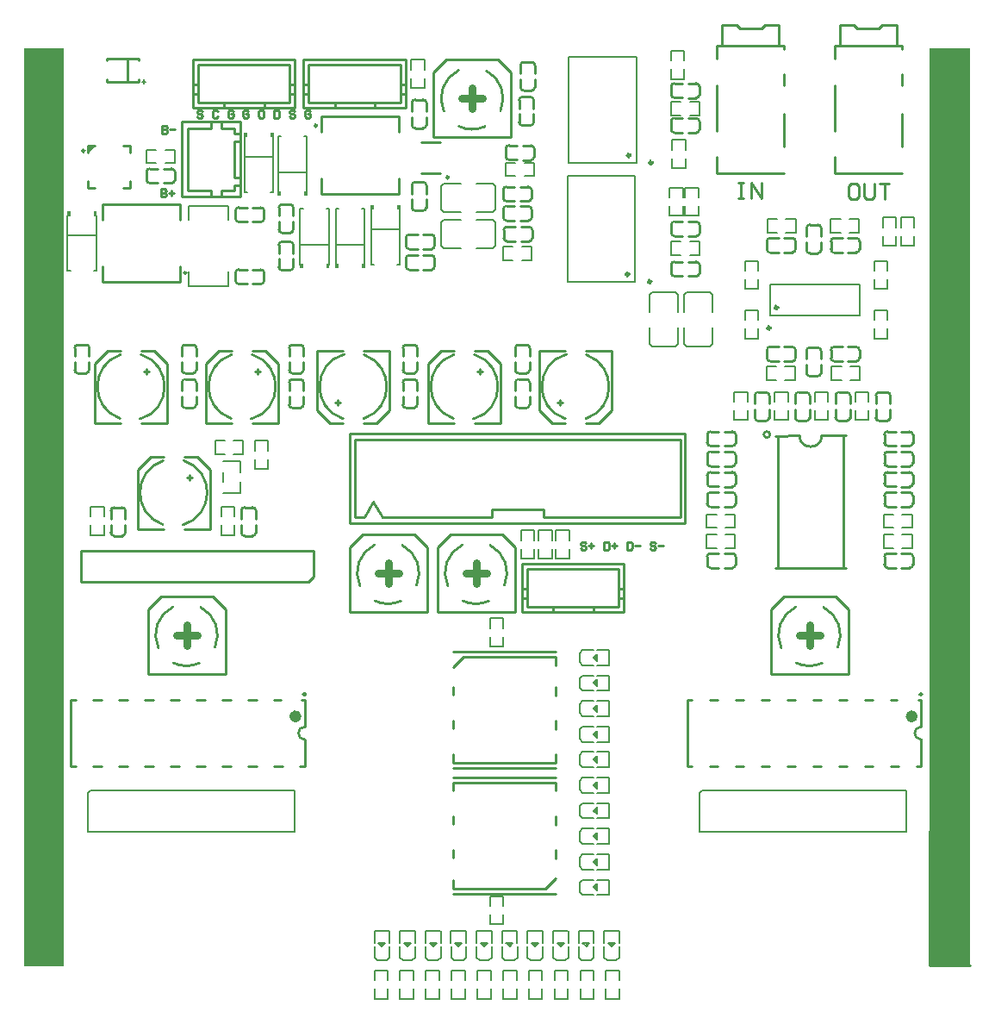
<source format=gto>
G04*
G04 #@! TF.GenerationSoftware,Altium Limited,Altium Designer,20.2.5 (213)*
G04*
G04 Layer_Color=65535*
%FSLAX24Y24*%
%MOIN*%
G70*
G04*
G04 #@! TF.SameCoordinates,94A92F66-6131-4E5E-9460-D235825817E1*
G04*
G04*
G04 #@! TF.FilePolarity,Positive*
G04*
G01*
G75*
%ADD10C,0.0100*%
%ADD11C,0.0118*%
%ADD12C,0.0236*%
%ADD13C,0.0098*%
%ADD14C,0.0098*%
%ADD15C,0.0060*%
%ADD16C,0.0300*%
%ADD17C,0.0060*%
%ADD18C,0.0059*%
G36*
X23982Y48150D02*
X23882D01*
Y49050D01*
X23982D01*
Y48150D01*
D02*
G37*
G36*
X29582Y45993D02*
X29450D01*
Y46173D01*
X29582D01*
Y45993D01*
D02*
G37*
G36*
X28550D02*
X28418D01*
Y46173D01*
X28550D01*
Y45993D01*
D02*
G37*
G36*
X22373Y45470D02*
Y45677D01*
X22580Y45680D01*
X22373Y45470D01*
D02*
G37*
G36*
X29850Y43727D02*
X29718D01*
Y43907D01*
X29850D01*
Y43727D01*
D02*
G37*
G36*
X22732Y42943D02*
X22600D01*
Y43123D01*
X22732D01*
Y42943D01*
D02*
G37*
G36*
X21700D02*
X21568D01*
Y43123D01*
X21700D01*
Y42943D01*
D02*
G37*
G36*
X21460Y13950D02*
X19900D01*
Y49450D01*
X21460D01*
Y13950D01*
D02*
G37*
G36*
X30882Y43727D02*
X30750D01*
Y43907D01*
X30882D01*
Y43727D01*
D02*
G37*
G36*
X34482Y43193D02*
X34350D01*
Y43373D01*
X34482D01*
Y43193D01*
D02*
G37*
G36*
X33450D02*
X33318D01*
Y43373D01*
X33450D01*
Y43193D01*
D02*
G37*
G36*
X33103Y40927D02*
X32971D01*
Y41107D01*
X33103D01*
Y40927D01*
D02*
G37*
G36*
X32071D02*
X31940D01*
Y41107D01*
X32071D01*
Y40927D01*
D02*
G37*
G36*
X31732D02*
X31600D01*
Y41107D01*
X31732D01*
Y40927D01*
D02*
G37*
G36*
X30700D02*
X30568D01*
Y41107D01*
X30700D01*
Y40927D01*
D02*
G37*
G36*
X56500Y13950D02*
X54940D01*
Y49450D01*
X56500D01*
Y13950D01*
D02*
G37*
D10*
X33484Y28067D02*
G03*
X34497Y28058I516J1083D01*
G01*
X35100Y28672D02*
G03*
X34557Y30213I-1100J478D01*
G01*
X33482Y30233D02*
G03*
X32909Y28650I518J-1083D01*
G01*
X36882Y30233D02*
G03*
X36309Y28650I518J-1083D01*
G01*
X38500Y28672D02*
G03*
X37957Y30213I-1100J478D01*
G01*
X36884Y28067D02*
G03*
X37897Y28058I516J1083D01*
G01*
X49784Y25667D02*
G03*
X50797Y25658I516J1083D01*
G01*
X51400Y26272D02*
G03*
X50857Y27813I-1100J478D01*
G01*
X49782Y27833D02*
G03*
X49209Y26250I518J-1083D01*
G01*
X26200Y40750D02*
G03*
X26200Y40750I-50J0D01*
G01*
X31250Y46450D02*
G03*
X31250Y46450I-50J0D01*
G01*
X53325Y29902D02*
G03*
X53203Y29780I0J-122D01*
G01*
Y29465D02*
G03*
X53325Y29343I122J-0D01*
G01*
X54303Y29778D02*
G03*
X54181Y29900I-122J0D01*
G01*
Y29341D02*
G03*
X54303Y29463I0J122D01*
G01*
X54181Y31698D02*
G03*
X54303Y31820I0J122D01*
G01*
Y32135D02*
G03*
X54181Y32257I-122J0D01*
G01*
X53203Y31822D02*
G03*
X53325Y31700I122J-0D01*
G01*
Y32259D02*
G03*
X53203Y32137I0J-122D01*
G01*
X54181Y32484D02*
G03*
X54303Y32606I0J122D01*
G01*
Y32921D02*
G03*
X54181Y33043I-122J0D01*
G01*
X53203Y32608D02*
G03*
X53325Y32486I122J-0D01*
G01*
Y33045D02*
G03*
X53203Y32923I0J-122D01*
G01*
X54181Y33270D02*
G03*
X54303Y33392I0J122D01*
G01*
Y33706D02*
G03*
X54181Y33828I-122J0D01*
G01*
X53203Y33394D02*
G03*
X53325Y33272I122J-0D01*
G01*
Y33831D02*
G03*
X53203Y33709I0J-122D01*
G01*
X54181Y34055D02*
G03*
X54303Y34177I0J122D01*
G01*
Y34492D02*
G03*
X54181Y34614I-122J0D01*
G01*
X53203Y34180D02*
G03*
X53325Y34058I122J-0D01*
G01*
Y34616D02*
G03*
X53203Y34495I0J-122D01*
G01*
X49917Y34460D02*
G03*
X50783Y34460I433J0D01*
G01*
X48775Y34498D02*
G03*
X48775Y34498I-118J0D01*
G01*
X28701Y35098D02*
G03*
X28746Y37588I-351J1252D01*
G01*
X27939Y37583D02*
G03*
X27923Y35122I411J-1233D01*
G01*
X26018Y36991D02*
G03*
X26140Y36869I122J0D01*
G01*
X26455D02*
G03*
X26577Y36991I0J122D01*
G01*
X26143Y37970D02*
G03*
X26021Y37848I-0J-122D01*
G01*
X26580D02*
G03*
X26458Y37970I-122J0D01*
G01*
X26580Y36509D02*
G03*
X26458Y36631I-122J0D01*
G01*
X26143D02*
G03*
X26021Y36509I-0J-122D01*
G01*
X26455Y35530D02*
G03*
X26577Y35652I0J122D01*
G01*
X26018D02*
G03*
X26140Y35530I122J0D01*
G01*
X54628Y23200D02*
G03*
X54628Y22700I-0J-250D01*
G01*
X25289Y33483D02*
G03*
X25273Y31022I411J-1233D01*
G01*
X26051Y30998D02*
G03*
X26096Y33488I-351J1252D01*
G01*
X28320Y30700D02*
G03*
X28442Y30578I122J0D01*
G01*
X28757D02*
G03*
X28879Y30700I0J122D01*
G01*
X28445Y31679D02*
G03*
X28323Y31557I-0J-122D01*
G01*
X28882D02*
G03*
X28760Y31679I-122J0D01*
G01*
X23639Y37583D02*
G03*
X23623Y35122I411J-1233D01*
G01*
X24401Y35098D02*
G03*
X24446Y37588I-351J1252D01*
G01*
X21870Y36991D02*
G03*
X21992Y36869I122J0D01*
G01*
X22307D02*
G03*
X22429Y36991I0J122D01*
G01*
X21995Y37970D02*
G03*
X21873Y37848I-0J-122D01*
G01*
X22432D02*
G03*
X22310Y37970I-122J0D01*
G01*
X23270Y30700D02*
G03*
X23392Y30578I122J0D01*
G01*
X23707D02*
G03*
X23829Y30700I0J122D01*
G01*
X23395Y31679D02*
G03*
X23273Y31557I-0J-122D01*
G01*
X23832D02*
G03*
X23710Y31679I-122J0D01*
G01*
X30778Y23200D02*
G03*
X30778Y22700I-0J-250D01*
G01*
X25684Y25667D02*
G03*
X26697Y25658I516J1083D01*
G01*
X27300Y26272D02*
G03*
X26757Y27813I-1100J478D01*
G01*
X25682Y27833D02*
G03*
X25109Y26250I518J-1083D01*
G01*
X25625Y44220D02*
G03*
X25747Y44342I0J122D01*
G01*
Y44657D02*
G03*
X25625Y44779I-122J0D01*
G01*
X24647Y44345D02*
G03*
X24769Y44223I122J-0D01*
G01*
Y44782D02*
G03*
X24647Y44660I0J-122D01*
G01*
X29075Y40320D02*
G03*
X29197Y40442I0J122D01*
G01*
Y40757D02*
G03*
X29075Y40879I-122J0D01*
G01*
X28097Y40445D02*
G03*
X28219Y40323I122J-0D01*
G01*
Y40882D02*
G03*
X28097Y40760I0J-122D01*
G01*
X29075Y42720D02*
G03*
X29197Y42842I0J122D01*
G01*
Y43157D02*
G03*
X29075Y43279I-122J0D01*
G01*
X28097Y42845D02*
G03*
X28219Y42723I122J-0D01*
G01*
Y43282D02*
G03*
X28097Y43160I0J-122D01*
G01*
X36539Y37583D02*
G03*
X36523Y35122I411J-1233D01*
G01*
X37301Y35098D02*
G03*
X37346Y37588I-351J1252D01*
G01*
X34568Y35652D02*
G03*
X34690Y35530I122J0D01*
G01*
X35005D02*
G03*
X35127Y35652I0J122D01*
G01*
X34693Y36631D02*
G03*
X34571Y36509I-0J-122D01*
G01*
X35130D02*
G03*
X35008Y36631I-122J0D01*
G01*
X35130Y37848D02*
G03*
X35008Y37970I-122J0D01*
G01*
X34693D02*
G03*
X34571Y37848I-0J-122D01*
G01*
X35005Y36869D02*
G03*
X35127Y36991I0J122D01*
G01*
X34568D02*
G03*
X34690Y36869I122J0D01*
G01*
X36350Y44450D02*
G03*
X36350Y44450I-50J0D01*
G01*
X35480Y47325D02*
G03*
X35358Y47447I-122J0D01*
G01*
X35043D02*
G03*
X34921Y47325I-0J-122D01*
G01*
X35355Y46347D02*
G03*
X35477Y46469I0J122D01*
G01*
X34918D02*
G03*
X35040Y46347I122J0D01*
G01*
X34918Y43275D02*
G03*
X35040Y43153I122J0D01*
G01*
X35355D02*
G03*
X35477Y43275I0J122D01*
G01*
X35043Y44253D02*
G03*
X34921Y44131I-0J-122D01*
G01*
X35480D02*
G03*
X35358Y44253I-122J0D01*
G01*
X36734Y46417D02*
G03*
X37747Y46408I516J1083D01*
G01*
X38350Y47022D02*
G03*
X37807Y48563I-1100J478D01*
G01*
X36732Y48583D02*
G03*
X36159Y47000I518J-1083D01*
G01*
X29770Y40975D02*
G03*
X29892Y40853I122J0D01*
G01*
X30207D02*
G03*
X30329Y40975I0J122D01*
G01*
X29895Y41953D02*
G03*
X29773Y41831I-0J-122D01*
G01*
X30332D02*
G03*
X30210Y41953I-122J0D01*
G01*
X30332Y43275D02*
G03*
X30210Y43397I-122J0D01*
G01*
X29895D02*
G03*
X29773Y43275I-0J-122D01*
G01*
X30207Y42297D02*
G03*
X30329Y42419I0J122D01*
G01*
X29770D02*
G03*
X29892Y42297I122J0D01*
G01*
X30730Y37848D02*
G03*
X30608Y37970I-122J0D01*
G01*
X30293D02*
G03*
X30171Y37848I-0J-122D01*
G01*
X30605Y36869D02*
G03*
X30727Y36991I0J122D01*
G01*
X30168D02*
G03*
X30290Y36869I122J0D01*
G01*
X30168Y35652D02*
G03*
X30290Y35530I122J0D01*
G01*
X30605D02*
G03*
X30727Y35652I0J122D01*
G01*
X30293Y36631D02*
G03*
X30171Y36509I-0J-122D01*
G01*
X30730D02*
G03*
X30608Y36631I-122J0D01*
G01*
X33061Y35117D02*
G03*
X33077Y37578I-411J1233D01*
G01*
X32299Y37602D02*
G03*
X32254Y35112I351J-1252D01*
G01*
X38918Y35652D02*
G03*
X39040Y35530I122J0D01*
G01*
X39355D02*
G03*
X39477Y35652I0J122D01*
G01*
X39043Y36631D02*
G03*
X38921Y36509I-0J-122D01*
G01*
X39480D02*
G03*
X39358Y36631I-122J0D01*
G01*
X39480Y37848D02*
G03*
X39358Y37970I-122J0D01*
G01*
X39043D02*
G03*
X38921Y37848I-0J-122D01*
G01*
X39355Y36869D02*
G03*
X39477Y36991I0J122D01*
G01*
X38918D02*
G03*
X39040Y36869I122J0D01*
G01*
X41661Y35117D02*
G03*
X41677Y37578I-411J1233D01*
G01*
X40899Y37602D02*
G03*
X40854Y35112I351J-1252D01*
G01*
X35675Y41670D02*
G03*
X35797Y41792I0J122D01*
G01*
Y42107D02*
G03*
X35675Y42229I-122J0D01*
G01*
X34697Y41795D02*
G03*
X34819Y41673I122J-0D01*
G01*
Y42232D02*
G03*
X34697Y42110I0J-122D01*
G01*
X35675Y40870D02*
G03*
X35797Y40992I0J122D01*
G01*
Y41307D02*
G03*
X35675Y41429I-122J0D01*
G01*
X34697Y40995D02*
G03*
X34819Y40873I122J-0D01*
G01*
Y41432D02*
G03*
X34697Y41310I0J-122D01*
G01*
X49642Y41539D02*
G03*
X49764Y41661I0J122D01*
G01*
Y41976D02*
G03*
X49642Y42098I-122J0D01*
G01*
X48663Y41663D02*
G03*
X48785Y41541I122J-0D01*
G01*
Y42100D02*
G03*
X48663Y41978I0J-122D01*
G01*
X48785Y37891D02*
G03*
X48663Y37769I0J-122D01*
G01*
Y37454D02*
G03*
X48785Y37332I122J-0D01*
G01*
X49764Y37767D02*
G03*
X49642Y37889I-122J0D01*
G01*
Y37330D02*
G03*
X49764Y37452I0J122D01*
G01*
X50193Y41636D02*
G03*
X50315Y41514I122J0D01*
G01*
X50630D02*
G03*
X50752Y41636I0J122D01*
G01*
X50317Y42615D02*
G03*
X50195Y42493I-0J-122D01*
G01*
X50754D02*
G03*
X50632Y42615I-122J0D01*
G01*
X50752Y37737D02*
G03*
X50630Y37859I-122J0D01*
G01*
X50315D02*
G03*
X50193Y37737I-0J-122D01*
G01*
X50628Y36758D02*
G03*
X50750Y36880I0J122D01*
G01*
X50191D02*
G03*
X50313Y36758I122J0D01*
G01*
X51256Y42100D02*
G03*
X51134Y41978I0J-122D01*
G01*
Y41663D02*
G03*
X51256Y41541I122J-0D01*
G01*
X52235Y41976D02*
G03*
X52113Y42098I-122J0D01*
G01*
Y41539D02*
G03*
X52235Y41661I0J122D01*
G01*
X52113Y37330D02*
G03*
X52235Y37452I0J122D01*
G01*
Y37767D02*
G03*
X52113Y37889I-122J0D01*
G01*
X51134Y37454D02*
G03*
X51256Y37332I122J-0D01*
G01*
Y37891D02*
G03*
X51134Y37769I0J-122D01*
G01*
X38599Y42530D02*
G03*
X38477Y42408I0J-122D01*
G01*
Y42093D02*
G03*
X38599Y41971I122J-0D01*
G01*
X39578Y42405D02*
G03*
X39456Y42527I-122J0D01*
G01*
Y41968D02*
G03*
X39578Y42090I0J122D01*
G01*
X45925Y40620D02*
G03*
X46047Y40742I0J122D01*
G01*
Y41057D02*
G03*
X45925Y41179I-122J0D01*
G01*
X44947Y40745D02*
G03*
X45069Y40623I122J-0D01*
G01*
Y41182D02*
G03*
X44947Y41060I0J-122D01*
G01*
X47325Y32484D02*
G03*
X47447Y32606I0J122D01*
G01*
Y32921D02*
G03*
X47325Y33043I-122J0D01*
G01*
X46347Y32608D02*
G03*
X46469Y32486I122J-0D01*
G01*
Y33045D02*
G03*
X46347Y32923I0J-122D01*
G01*
X47325Y31698D02*
G03*
X47447Y31820I0J122D01*
G01*
Y32135D02*
G03*
X47325Y32257I-122J0D01*
G01*
X46347Y31822D02*
G03*
X46469Y31700I122J-0D01*
G01*
Y32259D02*
G03*
X46347Y32137I0J-122D01*
G01*
X47325Y33270D02*
G03*
X47447Y33392I0J122D01*
G01*
Y33706D02*
G03*
X47325Y33828I-122J0D01*
G01*
X46347Y33394D02*
G03*
X46469Y33272I122J-0D01*
G01*
Y33831D02*
G03*
X46347Y33709I0J-122D01*
G01*
X47325Y34055D02*
G03*
X47447Y34177I0J122D01*
G01*
Y34492D02*
G03*
X47325Y34614I-122J0D01*
G01*
X46347Y34180D02*
G03*
X46469Y34058I122J-0D01*
G01*
Y34616D02*
G03*
X46347Y34495I0J-122D01*
G01*
X38575Y43330D02*
G03*
X38453Y43208I0J-122D01*
G01*
Y42893D02*
G03*
X38575Y42771I122J-0D01*
G01*
X39553Y43205D02*
G03*
X39431Y43327I-122J0D01*
G01*
Y42768D02*
G03*
X39553Y42890I0J122D01*
G01*
X45075Y42730D02*
G03*
X44953Y42608I0J-122D01*
G01*
Y42293D02*
G03*
X45075Y42171I122J-0D01*
G01*
X46053Y42605D02*
G03*
X45931Y42727I-122J0D01*
G01*
Y42168D02*
G03*
X46053Y42290I0J122D01*
G01*
X39425Y43520D02*
G03*
X39547Y43642I0J122D01*
G01*
Y43957D02*
G03*
X39425Y44079I-122J0D01*
G01*
X38447Y43645D02*
G03*
X38569Y43523I122J-0D01*
G01*
Y44082D02*
G03*
X38447Y43960I0J-122D01*
G01*
X47325Y29341D02*
G03*
X47447Y29463I0J122D01*
G01*
Y29778D02*
G03*
X47325Y29900I-122J0D01*
G01*
X46347Y29465D02*
G03*
X46469Y29343I122J-0D01*
G01*
Y29902D02*
G03*
X46347Y29780I0J-122D01*
G01*
X38675Y45680D02*
G03*
X38553Y45558I0J-122D01*
G01*
Y45243D02*
G03*
X38675Y45121I122J-0D01*
G01*
X39653Y45555D02*
G03*
X39531Y45677I-122J0D01*
G01*
Y45118D02*
G03*
X39653Y45240I0J122D01*
G01*
X45925Y46170D02*
G03*
X46047Y46292I0J122D01*
G01*
Y46607D02*
G03*
X45925Y46729I-122J0D01*
G01*
X44947Y46295D02*
G03*
X45069Y46173I122J-0D01*
G01*
Y46732D02*
G03*
X44947Y46610I0J-122D01*
G01*
X39070Y46575D02*
G03*
X39192Y46453I122J0D01*
G01*
X39507D02*
G03*
X39629Y46575I0J122D01*
G01*
X39195Y47553D02*
G03*
X39073Y47431I-0J-122D01*
G01*
X39632D02*
G03*
X39510Y47553I-122J0D01*
G01*
X45069Y48080D02*
G03*
X44947Y47958I0J-122D01*
G01*
Y47643D02*
G03*
X45069Y47521I122J-0D01*
G01*
X46047Y47955D02*
G03*
X45925Y48077I-122J0D01*
G01*
Y47518D02*
G03*
X46047Y47640I0J122D01*
G01*
X48190Y35150D02*
G03*
X48312Y35028I122J0D01*
G01*
X48627D02*
G03*
X48749Y35150I0J122D01*
G01*
X48314Y36129D02*
G03*
X48192Y36007I-0J-122D01*
G01*
X48751D02*
G03*
X48629Y36129I-122J0D01*
G01*
X52870Y35150D02*
G03*
X52992Y35028I122J0D01*
G01*
X53307D02*
G03*
X53429Y35150I0J122D01*
G01*
X52995Y36129D02*
G03*
X52873Y36007I-0J-122D01*
G01*
X53432D02*
G03*
X53310Y36129I-122J0D01*
G01*
X49750Y35150D02*
G03*
X49872Y35028I122J0D01*
G01*
X50187D02*
G03*
X50309Y35150I0J122D01*
G01*
X49874Y36129D02*
G03*
X49752Y36007I-0J-122D01*
G01*
X50311D02*
G03*
X50189Y36129I-122J0D01*
G01*
X51310Y35150D02*
G03*
X51432Y35028I122J0D01*
G01*
X51747D02*
G03*
X51869Y35150I0J122D01*
G01*
X51435Y36129D02*
G03*
X51313Y36007I-0J-122D01*
G01*
X51872D02*
G03*
X51750Y36129I-122J0D01*
G01*
X39120Y47925D02*
G03*
X39242Y47803I122J0D01*
G01*
X39557D02*
G03*
X39679Y47925I0J122D01*
G01*
X39245Y48903D02*
G03*
X39123Y48781I-0J-122D01*
G01*
X39682D02*
G03*
X39560Y48903I-122J0D01*
G01*
X32500Y27650D02*
Y30150D01*
X33000Y30650D01*
X35000D01*
X35500Y27650D02*
Y30150D01*
X35000Y30650D02*
X35500Y30150D01*
X32500Y27650D02*
X35500D01*
X31100Y29000D02*
Y30000D01*
X30900Y28800D02*
X31100Y29000D01*
X22100Y28800D02*
X30900D01*
X22100D02*
Y30000D01*
X31100D01*
X35900Y27650D02*
X38900D01*
X38400Y30650D02*
X38900Y30150D01*
Y27650D02*
Y30150D01*
X36400Y30650D02*
X38400D01*
X35900Y30150D02*
X36400Y30650D01*
X35900Y27650D02*
Y30150D01*
X48800Y25250D02*
Y27750D01*
X49300Y28250D01*
X51300D01*
X51800Y25250D02*
Y27750D01*
X51300Y28250D02*
X51800Y27750D01*
X48800Y25250D02*
X51800D01*
X22950Y42800D02*
Y43400D01*
X25950Y42800D02*
Y43400D01*
Y40400D02*
Y41000D01*
X22950Y40400D02*
Y41000D01*
Y40400D02*
X25950D01*
X22950Y43400D02*
X25950D01*
X34400Y43800D02*
Y44400D01*
X31400Y43800D02*
Y44400D01*
Y46200D02*
Y46800D01*
X34400Y46200D02*
Y46800D01*
X31400D02*
X34400D01*
X31400Y43800D02*
X34400D01*
X54303Y29463D02*
Y29778D01*
X53866Y29900D02*
X54181D01*
X53866Y29341D02*
X54181D01*
X53325Y29902D02*
X53640D01*
X53203Y29465D02*
Y29780D01*
X53325Y29343D02*
X53640D01*
X53203Y31822D02*
Y32137D01*
X53325Y31700D02*
X53640D01*
X53325Y32259D02*
X53640D01*
X53866Y31698D02*
X54181D01*
X54303Y31820D02*
Y32135D01*
X53866Y32257D02*
X54181D01*
X53203Y32608D02*
Y32923D01*
X53325Y32486D02*
X53640D01*
X53325Y33045D02*
X53640D01*
X53866Y32484D02*
X54181D01*
X54303Y32606D02*
Y32921D01*
X53866Y33043D02*
X54181D01*
X53203Y33394D02*
Y33709D01*
X53325Y33272D02*
X53640D01*
X53325Y33831D02*
X53640D01*
X53866Y33270D02*
X54181D01*
X54303Y33392D02*
Y33706D01*
X53866Y33828D02*
X54181D01*
X53203Y34180D02*
Y34495D01*
X53325Y34058D02*
X53640D01*
X53325Y34616D02*
X53640D01*
X53866Y34055D02*
X54181D01*
X54303Y34177D02*
Y34492D01*
X53866Y34614D02*
X54181D01*
X49072Y29341D02*
Y34450D01*
X48972D02*
X49917Y34460D01*
X48972Y29341D02*
X51728D01*
X51628D02*
Y34468D01*
X50783Y34460D02*
X51728Y34468D01*
X28750Y34950D02*
X29750D01*
X26950D02*
X27950D01*
X26950D02*
Y37150D01*
Y37250D02*
X27450Y37750D01*
X26950Y37150D02*
Y37250D01*
X29250Y37750D02*
X29750Y37250D01*
Y37150D02*
Y37250D01*
X27450Y37750D02*
X27950D01*
X29750Y34950D02*
Y37150D01*
X28750Y37750D02*
X29250D01*
X26143Y37970D02*
X26458D01*
X26021Y37533D02*
Y37848D01*
X26580Y37533D02*
Y37848D01*
X26018Y36991D02*
Y37306D01*
X26140Y36869D02*
X26455D01*
X26577Y36991D02*
Y37306D01*
X26140Y35530D02*
X26455D01*
X26577Y35652D02*
Y35967D01*
X26018Y35652D02*
Y35967D01*
X26580Y36194D02*
Y36509D01*
X26143Y36631D02*
X26458D01*
X26021Y36194D02*
Y36509D01*
X54957Y13954D02*
Y19154D01*
Y13954D02*
X56517D01*
X54506Y24230D02*
X54628D01*
X53441D02*
X53694D01*
X52441D02*
X52759D01*
X51441D02*
X51759D01*
X50441D02*
X50759D01*
X49441D02*
X49759D01*
X48441D02*
X48759D01*
X47441D02*
X47759D01*
X46441D02*
X46759D01*
X45572D02*
X45759D01*
X45572Y21670D02*
Y24230D01*
Y21670D02*
X45759D01*
X46441D02*
X46759D01*
X47441D02*
X47759D01*
X48441D02*
X48759D01*
X49441D02*
X49759D01*
X50441D02*
X50759D01*
X51441D02*
X51759D01*
X52441D02*
X52759D01*
X53441D02*
X53759D01*
X54441D02*
X54628D01*
Y22700D01*
Y23200D02*
Y24230D01*
X26100Y33650D02*
X26600D01*
X27100Y30850D02*
Y33050D01*
X24800Y33650D02*
X25300D01*
X27100Y33050D02*
Y33150D01*
X26600Y33650D02*
X27100Y33150D01*
X24300Y33050D02*
Y33150D01*
X24800Y33650D01*
X24300Y30850D02*
Y33050D01*
Y30850D02*
X25300D01*
X26100D02*
X27100D01*
X28323Y31242D02*
Y31557D01*
X28445Y31679D02*
X28760D01*
X28882Y31242D02*
Y31557D01*
X28320Y30700D02*
Y31015D01*
X28879Y30700D02*
Y31015D01*
X28442Y30578D02*
X28757D01*
X24450Y37750D02*
X24950D01*
X25450Y34950D02*
Y37150D01*
X23150Y37750D02*
X23650D01*
X25450Y37150D02*
Y37250D01*
X24950Y37750D02*
X25450Y37250D01*
X22650Y37150D02*
Y37250D01*
X23150Y37750D01*
X22650Y34950D02*
Y37150D01*
Y34950D02*
X23650D01*
X24450D02*
X25450D01*
X21873Y37533D02*
Y37848D01*
X21995Y37970D02*
X22310D01*
X22432Y37533D02*
Y37848D01*
X21870Y36991D02*
Y37306D01*
X22429Y36991D02*
Y37306D01*
X21992Y36869D02*
X22307D01*
X23273Y31242D02*
Y31557D01*
X23395Y31679D02*
X23710D01*
X23832Y31242D02*
Y31557D01*
X23270Y30700D02*
Y31015D01*
X23829Y30700D02*
Y31015D01*
X23392Y30578D02*
X23707D01*
X39376Y27819D02*
Y29304D01*
Y27819D02*
X42930D01*
Y29304D01*
X39376D02*
X42930D01*
X43117Y27650D02*
Y29500D01*
X42930Y28519D02*
X43117D01*
X42930Y28162D02*
X43117D01*
X39180Y27650D02*
Y29500D01*
Y28519D02*
X39367D01*
X39180Y28152D02*
X39367Y28169D01*
X39180Y29500D02*
X43117D01*
X41945Y27650D02*
Y27819D01*
X40395Y27650D02*
Y27819D01*
X39180Y27650D02*
X43117D01*
X30656Y24230D02*
X30778D01*
X29591D02*
X29844D01*
X28591D02*
X28909D01*
X27591D02*
X27909D01*
X26591D02*
X26909D01*
X25591D02*
X25909D01*
X24591D02*
X24909D01*
X23591D02*
X23909D01*
X22591D02*
X22909D01*
X21722D02*
X21909D01*
X21722Y21670D02*
Y24230D01*
Y21670D02*
X21909D01*
X22591D02*
X22909D01*
X23591D02*
X23909D01*
X24591D02*
X24909D01*
X25591D02*
X25909D01*
X26591D02*
X26909D01*
X27591D02*
X27909D01*
X28591D02*
X28909D01*
X29591D02*
X29909D01*
X30591D02*
X30778D01*
Y22700D01*
Y23200D02*
Y24230D01*
X24700Y25250D02*
Y27750D01*
X25200Y28250D01*
X27200D01*
X27700Y25250D02*
Y27750D01*
X27200Y28250D02*
X27700Y27750D01*
X24700Y25250D02*
X27700D01*
X22567Y45677D02*
X22581D01*
X22373Y45483D02*
X22567Y45677D01*
X24027Y45388D02*
Y45677D01*
X22373Y44023D02*
Y44302D01*
Y45390D02*
Y45677D01*
X23738Y44023D02*
X24027D01*
X22373D02*
X22650D01*
X23738Y45677D02*
X24027D01*
X22373D02*
X22650D01*
X24027Y44023D02*
Y44300D01*
X24769Y44223D02*
X25084D01*
X24647Y44345D02*
Y44660D01*
X24769Y44782D02*
X25084D01*
X25310Y44220D02*
X25625D01*
X25310Y44779D02*
X25625D01*
X25747Y44342D02*
Y44657D01*
X23102Y48967D02*
Y49050D01*
Y48150D02*
Y48233D01*
X24362Y48967D02*
Y49050D01*
Y48150D02*
Y48233D01*
X23102Y48150D02*
X24362D01*
X23102Y49050D02*
X23783D01*
X24362D01*
X26645Y47319D02*
Y48803D01*
Y47319D02*
X30199D01*
Y48803D01*
X26645D02*
X30199D01*
X30386Y47150D02*
Y49000D01*
X30199Y48019D02*
X30386D01*
X30199Y47662D02*
X30386D01*
X26448Y47150D02*
Y49000D01*
Y48019D02*
X26635D01*
X26448Y47652D02*
X26635Y47669D01*
X26448Y49000D02*
X30386D01*
X29214Y47150D02*
Y47319D01*
X27664Y47150D02*
Y47319D01*
X26448Y47150D02*
X30386D01*
X26250Y43950D02*
X27150D01*
Y43750D02*
Y43950D01*
X27550Y43750D02*
Y43950D01*
X28050D01*
Y44150D01*
X28250D01*
X28050Y44450D02*
X28250D01*
X28050D02*
Y45850D01*
X28250D01*
X28050Y46150D02*
X28250D01*
X28050D02*
Y46350D01*
X27550D02*
X28050D01*
X27550D02*
Y46550D01*
X27150Y46350D02*
Y46550D01*
X26250Y46350D02*
X27150D01*
X26250Y43950D02*
Y46350D01*
X26011Y43693D02*
X28275D01*
X26011D02*
X26011Y46607D01*
X26011D02*
X28275D01*
Y43693D02*
Y46607D01*
X30926Y47319D02*
Y48803D01*
Y47319D02*
X34480D01*
Y48803D01*
X30926D02*
X34480D01*
X34667Y47150D02*
Y49000D01*
X34480Y48019D02*
X34667D01*
X34480Y47662D02*
X34667D01*
X30730Y47150D02*
Y49000D01*
Y48019D02*
X30917D01*
X30730Y47652D02*
X30917Y47669D01*
X30730Y49000D02*
X34667D01*
X33495Y47150D02*
Y47319D01*
X31945Y47150D02*
Y47319D01*
X30730Y47150D02*
X34667D01*
X28219Y40323D02*
X28534D01*
X28097Y40445D02*
Y40760D01*
X28219Y40882D02*
X28534D01*
X28760Y40320D02*
X29075D01*
X28760Y40879D02*
X29075D01*
X29197Y40442D02*
Y40757D01*
X28219Y42723D02*
X28534D01*
X28097Y42845D02*
Y43160D01*
X28219Y43282D02*
X28534D01*
X28760Y42720D02*
X29075D01*
X28760Y43279D02*
X29075D01*
X29197Y42842D02*
Y43157D01*
X37350Y37750D02*
X37850D01*
X38350Y34950D02*
Y37150D01*
X36050Y37750D02*
X36550D01*
X38350Y37150D02*
Y37250D01*
X37850Y37750D02*
X38350Y37250D01*
X35550Y37150D02*
Y37250D01*
X36050Y37750D01*
X35550Y34950D02*
Y37150D01*
Y34950D02*
X36550D01*
X37350D02*
X38350D01*
X34571Y36194D02*
Y36509D01*
X34693Y36631D02*
X35008D01*
X35130Y36194D02*
Y36509D01*
X34568Y35652D02*
Y35967D01*
X35127Y35652D02*
Y35967D01*
X34690Y35530D02*
X35005D01*
X35127Y36991D02*
Y37306D01*
X34690Y36869D02*
X35005D01*
X34568Y36991D02*
Y37306D01*
X35130Y37533D02*
Y37848D01*
X34571Y37533D02*
Y37848D01*
X34693Y37970D02*
X35008D01*
X35296Y44590D02*
X36004D01*
X35296Y45810D02*
X36004D01*
X35477Y46469D02*
Y46784D01*
X35040Y46347D02*
X35355D01*
X34918Y46469D02*
Y46784D01*
X35480Y47010D02*
Y47325D01*
X34921Y47010D02*
Y47325D01*
X35043Y47447D02*
X35358D01*
X34921Y43816D02*
Y44131D01*
X35043Y44253D02*
X35358D01*
X35480Y43816D02*
Y44131D01*
X34918Y43275D02*
Y43590D01*
X35477Y43275D02*
Y43590D01*
X35040Y43153D02*
X35355D01*
X35750Y46000D02*
Y48500D01*
X36250Y49000D01*
X38250D01*
X38750Y46000D02*
Y48500D01*
X38250Y49000D02*
X38750Y48500D01*
X35750Y46000D02*
X38750D01*
X29773Y41516D02*
Y41831D01*
X29895Y41953D02*
X30210D01*
X30332Y41516D02*
Y41831D01*
X29770Y40975D02*
Y41290D01*
X30329Y40975D02*
Y41290D01*
X29892Y40853D02*
X30207D01*
X30329Y42419D02*
Y42734D01*
X29892Y42297D02*
X30207D01*
X29770Y42419D02*
Y42734D01*
X30332Y42960D02*
Y43275D01*
X29773Y42960D02*
Y43275D01*
X29895Y43397D02*
X30210D01*
X30727Y36991D02*
Y37306D01*
X30290Y36869D02*
X30605D01*
X30168Y36991D02*
Y37306D01*
X30730Y37533D02*
Y37848D01*
X30171Y37533D02*
Y37848D01*
X30293Y37970D02*
X30608D01*
X30171Y36194D02*
Y36509D01*
X30293Y36631D02*
X30608D01*
X30730Y36194D02*
Y36509D01*
X30168Y35652D02*
Y35967D01*
X30727Y35652D02*
Y35967D01*
X30290Y35530D02*
X30605D01*
X31750Y34950D02*
X32250D01*
X31250Y35550D02*
Y37750D01*
X33050Y34950D02*
X33550D01*
X31250Y35450D02*
Y35550D01*
Y35450D02*
X31750Y34950D01*
X34050Y35450D02*
Y35550D01*
X33550Y34950D02*
X34050Y35450D01*
Y35550D02*
Y37750D01*
X33050D02*
X34050D01*
X31250D02*
X32250D01*
X38921Y36194D02*
Y36509D01*
X39043Y36631D02*
X39358D01*
X39480Y36194D02*
Y36509D01*
X38918Y35652D02*
Y35967D01*
X39477Y35652D02*
Y35967D01*
X39040Y35530D02*
X39355D01*
X39477Y36991D02*
Y37306D01*
X39040Y36869D02*
X39355D01*
X38918Y36991D02*
Y37306D01*
X39480Y37533D02*
Y37848D01*
X38921Y37533D02*
Y37848D01*
X39043Y37970D02*
X39358D01*
X40350Y34950D02*
X40850D01*
X39850Y35550D02*
Y37750D01*
X41650Y34950D02*
X42150D01*
X39850Y35450D02*
Y35550D01*
Y35450D02*
X40350Y34950D01*
X42650Y35450D02*
Y35550D01*
X42150Y34950D02*
X42650Y35450D01*
Y35550D02*
Y37750D01*
X41650D02*
X42650D01*
X39850D02*
X40850D01*
X34819Y41673D02*
X35134D01*
X34697Y41795D02*
Y42110D01*
X34819Y42232D02*
X35134D01*
X35360Y41670D02*
X35675D01*
X35360Y42229D02*
X35675D01*
X35797Y41792D02*
Y42107D01*
X34819Y40873D02*
X35134D01*
X34697Y40995D02*
Y41310D01*
X34819Y41432D02*
X35134D01*
X35360Y40870D02*
X35675D01*
X35360Y41429D02*
X35675D01*
X35797Y40992D02*
Y41307D01*
X36930Y25900D02*
X40470D01*
X36530Y21600D02*
X40470D01*
X36530Y26100D02*
X40470D01*
X36530Y25500D02*
X36930Y25900D01*
X36530Y21800D02*
X40470D01*
X36530D02*
Y22130D01*
Y23120D02*
Y23450D01*
Y24420D02*
Y24750D01*
X40470Y25570D02*
Y25900D01*
Y24400D02*
Y24730D01*
Y21800D02*
Y22130D01*
Y23100D02*
Y23430D01*
X36530Y16950D02*
X40070D01*
X36530Y21250D02*
X40470D01*
X36530Y16750D02*
X40470D01*
X40070Y16950D02*
X40470Y17350D01*
X36530Y21050D02*
X40470D01*
Y20720D02*
Y21050D01*
Y19400D02*
Y19730D01*
Y18100D02*
Y18430D01*
X36530Y16950D02*
Y17280D01*
Y18120D02*
Y18450D01*
Y20720D02*
Y21050D01*
Y19420D02*
Y19750D01*
X48785Y41541D02*
X49100D01*
X48663Y41663D02*
Y41978D01*
X48785Y42100D02*
X49100D01*
X49327Y41539D02*
X49642D01*
X49327Y42098D02*
X49642D01*
X49764Y41661D02*
Y41976D01*
X49327Y37889D02*
X49642D01*
X49764Y37452D02*
Y37767D01*
X49327Y37330D02*
X49642D01*
X48785Y37891D02*
X49100D01*
X48785Y37332D02*
X49100D01*
X48663Y37454D02*
Y37769D01*
X48435Y50190D02*
X48575Y50330D01*
X49125D01*
X47615Y50190D02*
X48435D01*
X49125Y49530D02*
Y50330D01*
X46925D02*
X47475D01*
X47615Y50190D01*
X46925Y49530D02*
Y50330D01*
X46725Y49530D02*
X46925D01*
X49125D02*
X49325D01*
X46925D02*
X49125D01*
X46725Y44610D02*
X49325D01*
X46725Y46240D02*
Y47990D01*
X49325Y45640D02*
Y46890D01*
Y47990D02*
Y48440D01*
X46725Y49040D02*
Y49530D01*
Y44610D02*
Y45240D01*
X49325Y49390D02*
Y49530D01*
X33400Y31900D02*
X33767Y31296D01*
Y31300D02*
X38000D01*
X32504Y34532D02*
X45496D01*
Y31068D02*
Y34532D01*
X32504Y31068D02*
Y34532D01*
X38000Y31300D02*
Y31600D01*
X40000D01*
Y31300D02*
Y31600D01*
X32700Y31300D02*
Y34300D01*
X45300D01*
Y31300D02*
Y34300D01*
X40000Y31300D02*
X45300D01*
X33067Y31296D02*
X33400Y31900D01*
X32504Y31068D02*
X45496Y31068D01*
X32700Y31300D02*
X33067D01*
X50195Y42178D02*
Y42493D01*
X50317Y42615D02*
X50632D01*
X50754Y42178D02*
Y42493D01*
X50193Y41636D02*
Y41951D01*
X50752Y41636D02*
Y41951D01*
X50315Y41514D02*
X50630D01*
X50750Y36880D02*
Y37195D01*
X50313Y36758D02*
X50628D01*
X50191Y36880D02*
Y37195D01*
X50752Y37422D02*
Y37737D01*
X50193Y37422D02*
Y37737D01*
X50315Y37859D02*
X50630D01*
X52985Y50190D02*
X53125Y50330D01*
X53675D01*
X52165Y50190D02*
X52985D01*
X53675Y49530D02*
Y50330D01*
X51475D02*
X52025D01*
X52165Y50190D01*
X51475Y49530D02*
Y50330D01*
X51275Y49530D02*
X51475D01*
X53675D02*
X53875D01*
X51475D02*
X53675D01*
X51275Y44610D02*
X53875D01*
X51275Y46240D02*
Y47990D01*
X53875Y45640D02*
Y46890D01*
Y47990D02*
Y48440D01*
X51275Y49040D02*
Y49530D01*
Y44610D02*
Y45240D01*
X53875Y49390D02*
Y49530D01*
X51798Y42098D02*
X52113D01*
X52235Y41661D02*
Y41976D01*
X51798Y41539D02*
X52113D01*
X51256Y42100D02*
X51571D01*
X51256Y41541D02*
X51571D01*
X51134Y41663D02*
Y41978D01*
X51256Y37332D02*
X51571D01*
X51134Y37454D02*
Y37769D01*
X51256Y37891D02*
X51571D01*
X51798Y37330D02*
X52113D01*
X51798Y37889D02*
X52113D01*
X52235Y37452D02*
Y37767D01*
X39141Y42527D02*
X39456D01*
X39578Y42090D02*
Y42405D01*
X39141Y41968D02*
X39456D01*
X38599Y42530D02*
X38914D01*
X38599Y41971D02*
X38914D01*
X38477Y42093D02*
Y42408D01*
X45069Y40623D02*
X45384D01*
X44947Y40745D02*
Y41060D01*
X45069Y41182D02*
X45384D01*
X45610Y40620D02*
X45925D01*
X45610Y41179D02*
X45925D01*
X46047Y40742D02*
Y41057D01*
X46469Y32486D02*
X46784D01*
X46347Y32608D02*
Y32923D01*
X46469Y33045D02*
X46784D01*
X47010Y32484D02*
X47325D01*
X47010Y33043D02*
X47325D01*
X47447Y32606D02*
Y32921D01*
X46469Y31700D02*
X46784D01*
X46347Y31822D02*
Y32137D01*
X46469Y32259D02*
X46784D01*
X47010Y31698D02*
X47325D01*
X47010Y32257D02*
X47325D01*
X47447Y31820D02*
Y32135D01*
X46469Y33272D02*
X46784D01*
X46347Y33394D02*
Y33709D01*
X46469Y33831D02*
X46784D01*
X47010Y33270D02*
X47325D01*
X47010Y33828D02*
X47325D01*
X47447Y33392D02*
Y33706D01*
X46469Y34058D02*
X46784D01*
X46347Y34180D02*
Y34495D01*
X46469Y34616D02*
X46784D01*
X47010Y34055D02*
X47325D01*
X47010Y34614D02*
X47325D01*
X47447Y34177D02*
Y34492D01*
X39116Y43327D02*
X39431D01*
X39553Y42890D02*
Y43205D01*
X39116Y42768D02*
X39431D01*
X38575Y43330D02*
X38890D01*
X38575Y42771D02*
X38890D01*
X38453Y42893D02*
Y43208D01*
X45616Y42727D02*
X45931D01*
X46053Y42290D02*
Y42605D01*
X45616Y42168D02*
X45931D01*
X45075Y42730D02*
X45390D01*
X45075Y42171D02*
X45390D01*
X44953Y42293D02*
Y42608D01*
X38569Y43523D02*
X38884D01*
X38447Y43645D02*
Y43960D01*
X38569Y44082D02*
X38884D01*
X39110Y43520D02*
X39425D01*
X39110Y44079D02*
X39425D01*
X39547Y43642D02*
Y43957D01*
X46469Y29343D02*
X46784D01*
X46347Y29465D02*
Y29780D01*
X46469Y29902D02*
X46784D01*
X47010Y29341D02*
X47325D01*
X47010Y29900D02*
X47325D01*
X47447Y29463D02*
Y29778D01*
X39216Y45677D02*
X39531D01*
X39653Y45240D02*
Y45555D01*
X39216Y45118D02*
X39531D01*
X38675Y45680D02*
X38990D01*
X38675Y45121D02*
X38990D01*
X38553Y45243D02*
Y45558D01*
X45069Y46173D02*
X45384D01*
X44947Y46295D02*
Y46610D01*
X45069Y46732D02*
X45384D01*
X45610Y46170D02*
X45925D01*
X45610Y46729D02*
X45925D01*
X46047Y46292D02*
Y46607D01*
X39073Y47116D02*
Y47431D01*
X39195Y47553D02*
X39510D01*
X39632Y47116D02*
Y47431D01*
X39070Y46575D02*
Y46890D01*
X39629Y46575D02*
Y46890D01*
X39192Y46453D02*
X39507D01*
X45610Y48077D02*
X45925D01*
X46047Y47640D02*
Y47955D01*
X45610Y47518D02*
X45925D01*
X45069Y48080D02*
X45384D01*
X45069Y47521D02*
X45384D01*
X44947Y47643D02*
Y47958D01*
X48192Y35692D02*
Y36007D01*
X48314Y36129D02*
X48629D01*
X48751Y35692D02*
Y36007D01*
X48190Y35150D02*
Y35465D01*
X48749Y35150D02*
Y35465D01*
X48312Y35028D02*
X48627D01*
X52873Y35692D02*
Y36007D01*
X52995Y36129D02*
X53310D01*
X53432Y35692D02*
Y36007D01*
X52870Y35150D02*
Y35465D01*
X53429Y35150D02*
Y35465D01*
X52992Y35028D02*
X53307D01*
X49752Y35692D02*
Y36007D01*
X49874Y36129D02*
X50189D01*
X50311Y35692D02*
Y36007D01*
X49750Y35150D02*
Y35465D01*
X50309Y35150D02*
Y35465D01*
X49872Y35028D02*
X50187D01*
X51313Y35692D02*
Y36007D01*
X51435Y36129D02*
X51750D01*
X51872Y35692D02*
Y36007D01*
X51310Y35150D02*
Y35465D01*
X51869Y35150D02*
Y35465D01*
X51432Y35028D02*
X51747D01*
X39123Y48466D02*
Y48781D01*
X39245Y48903D02*
X39560D01*
X39682Y48466D02*
Y48781D01*
X39120Y47925D02*
Y48240D01*
X39679Y47925D02*
Y48240D01*
X39242Y47803D02*
X39557D01*
X25200Y44000D02*
Y43700D01*
X25350D01*
X25400Y43750D01*
Y43800D01*
X25350Y43850D01*
X25200D01*
X25350D01*
X25400Y43900D01*
Y43950D01*
X25350Y44000D01*
X25200D01*
X25500Y43850D02*
X25700D01*
X25600Y43950D02*
Y43750D01*
X25250Y46450D02*
Y46150D01*
X25400D01*
X25450Y46200D01*
Y46250D01*
X25400Y46300D01*
X25250D01*
X25400D01*
X25450Y46350D01*
Y46400D01*
X25400Y46450D01*
X25250D01*
X25550Y46300D02*
X25750D01*
X41650Y30300D02*
X41600Y30350D01*
X41500D01*
X41450Y30300D01*
Y30250D01*
X41500Y30200D01*
X41600D01*
X41650Y30150D01*
Y30100D01*
X41600Y30050D01*
X41500D01*
X41450Y30100D01*
X41750Y30200D02*
X41950D01*
X41850Y30300D02*
Y30100D01*
X42350Y30350D02*
Y30050D01*
X42500D01*
X42550Y30100D01*
Y30300D01*
X42500Y30350D01*
X42350D01*
X42650Y30200D02*
X42850D01*
X42750Y30300D02*
Y30100D01*
X43249Y30350D02*
Y30050D01*
X43399D01*
X43449Y30100D01*
Y30300D01*
X43399Y30350D01*
X43249D01*
X43549Y30200D02*
X43749D01*
X44349Y30300D02*
X44299Y30350D01*
X44199D01*
X44149Y30300D01*
Y30250D01*
X44199Y30200D01*
X44299D01*
X44349Y30150D01*
Y30100D01*
X44299Y30050D01*
X44199D01*
X44149Y30100D01*
X44449Y30200D02*
X44649D01*
X52100Y44200D02*
X51900D01*
X51800Y44100D01*
Y43700D01*
X51900Y43600D01*
X52100D01*
X52200Y43700D01*
Y44100D01*
X52100Y44200D01*
X52400D02*
Y43700D01*
X52500Y43600D01*
X52700D01*
X52800Y43700D01*
Y44200D01*
X53000D02*
X53399D01*
X53200D01*
Y43600D01*
X47550Y44250D02*
X47750D01*
X47650D01*
Y43650D01*
X47550D01*
X47750D01*
X48050D02*
Y44250D01*
X48450Y43650D01*
Y44250D01*
X26800Y47000D02*
X26750Y47050D01*
X26650D01*
X26600Y47000D01*
Y46950D01*
X26650Y46900D01*
X26750D01*
X26800Y46850D01*
Y46800D01*
X26750Y46750D01*
X26650D01*
X26600Y46800D01*
X27400Y47000D02*
X27350Y47050D01*
X27250D01*
X27200Y47000D01*
Y46800D01*
X27250Y46750D01*
X27350D01*
X27400Y46800D01*
X28000Y47000D02*
X27950Y47050D01*
X27850D01*
X27800Y47000D01*
Y46800D01*
X27850Y46750D01*
X27950D01*
X28000Y46800D01*
Y46900D01*
X27900D01*
X28599Y47000D02*
X28549Y47050D01*
X28449D01*
X28399Y47000D01*
Y46800D01*
X28449Y46750D01*
X28549D01*
X28599Y46800D01*
Y46900D01*
X28499D01*
X29149Y47050D02*
X29049D01*
X28999Y47000D01*
Y46800D01*
X29049Y46750D01*
X29149D01*
X29199Y46800D01*
Y47000D01*
X29149Y47050D01*
X29599D02*
Y46750D01*
X29749D01*
X29799Y46800D01*
Y47000D01*
X29749Y47050D01*
X29599D01*
X30399Y47000D02*
X30349Y47050D01*
X30249D01*
X30199Y47000D01*
Y46950D01*
X30249Y46900D01*
X30349D01*
X30399Y46850D01*
Y46800D01*
X30349Y46750D01*
X30249D01*
X30199Y46800D01*
X30999Y47000D02*
X30949Y47050D01*
X30849D01*
X30799Y47000D01*
Y46800D01*
X30849Y46750D01*
X30949D01*
X30999Y46800D01*
Y46900D01*
X30899D01*
X28950Y37050D02*
Y36850D01*
X29050Y36950D02*
X28850D01*
X26300Y32950D02*
Y32750D01*
X26400Y32850D02*
X26200D01*
X24650Y37050D02*
Y36850D01*
X24750Y36950D02*
X24550D01*
X37550Y37050D02*
Y36850D01*
X37650Y36950D02*
X37450D01*
X32050Y35650D02*
Y35850D01*
X31950Y35750D02*
X32150D01*
X40650Y35650D02*
Y35850D01*
X40550Y35750D02*
X40750D01*
D11*
X49081Y39409D02*
G03*
X49081Y39409I-59J0D01*
G01*
X48790Y38621D02*
G03*
X48790Y38621I-59J0D01*
G01*
X44179Y40409D02*
G03*
X44179Y40409I-59J0D01*
G01*
X43320Y40700D02*
G03*
X43320Y40700I-59J0D01*
G01*
X44229Y45009D02*
G03*
X44229Y45009I-59J0D01*
G01*
X43370Y45300D02*
G03*
X43370Y45300I-59J0D01*
G01*
D12*
X54380Y23600D02*
G03*
X54380Y23598I-118J-1D01*
G01*
X30530Y23600D02*
G03*
X30530Y23598I-118J-1D01*
G01*
D13*
X54661Y24450D02*
G03*
X54661Y24449I-49J-0D01*
G01*
X30811Y24450D02*
G03*
X30811Y24449I-49J-0D01*
G01*
D14*
X22259Y45470D02*
G03*
X22259Y45470I-49J0D01*
G01*
D15*
X37940Y15555D02*
Y15932D01*
Y15555D02*
X38460D01*
Y15932D01*
X37940Y16268D02*
Y16645D01*
X38460D01*
Y16268D02*
Y16645D01*
X37940Y26305D02*
Y26682D01*
Y26305D02*
X38460D01*
Y26682D01*
X37940Y27018D02*
Y27395D01*
X38460D01*
Y27018D02*
Y27395D01*
X39815Y29705D02*
Y30082D01*
Y29705D02*
X40335D01*
Y30082D01*
X39815Y30418D02*
Y30795D01*
X40335D01*
Y30418D02*
Y30795D01*
X39140Y29705D02*
Y30082D01*
Y29705D02*
X39660D01*
Y30082D01*
X39140Y30418D02*
Y30795D01*
X39660D01*
Y30418D02*
Y30795D01*
X28448Y43877D02*
X28550D01*
X29450D02*
X29552D01*
X28448D02*
Y46023D01*
X29552Y43877D02*
Y46023D01*
X28441Y45250D02*
X29545D01*
X53896Y30892D02*
X54273D01*
Y31413D01*
X53896D02*
X54273D01*
X53183Y30892D02*
X53560D01*
X53183D02*
Y31413D01*
X53560D01*
X53896Y30107D02*
X54273D01*
Y30627D01*
X53896D02*
X54273D01*
X53183Y30107D02*
X53560D01*
X53183D02*
Y30627D01*
X53560D01*
X48677Y42822D02*
X49054D01*
X48677Y42302D02*
Y42822D01*
Y42302D02*
X49054D01*
X49390Y42822D02*
X49768D01*
Y42302D02*
Y42822D01*
X49390Y42302D02*
X49768D01*
X51840D02*
X52218D01*
Y42822D01*
X51840D02*
X52218D01*
X51127Y42302D02*
X51504D01*
X51127D02*
Y42822D01*
X51504D01*
X48790Y39113D02*
Y40311D01*
X52255D01*
Y39113D02*
Y40311D01*
X48790Y39113D02*
X52255D01*
X29755Y44650D02*
X30859D01*
X29748Y43877D02*
Y46023D01*
X30852Y43877D02*
Y46023D01*
X29748D02*
X29850D01*
X30750D02*
X30852D01*
X46037Y19144D02*
Y20643D01*
X46137Y20744D01*
X54037D01*
X46037Y19144D02*
X54037D01*
Y20744D01*
X30380Y19144D02*
Y20744D01*
X22380Y19144D02*
X30380D01*
X22480Y20744D02*
X30380D01*
X22380Y20643D02*
X22480Y20744D01*
X22380Y19144D02*
Y20643D01*
X42430Y12675D02*
Y13052D01*
Y12675D02*
X42950D01*
Y13052D01*
X42430Y13388D02*
Y13765D01*
X42950D01*
Y13388D02*
Y13765D01*
X39443Y12675D02*
Y13052D01*
Y12675D02*
X39963D01*
Y13052D01*
X39443Y13388D02*
Y13765D01*
X39963D01*
Y13388D02*
Y13765D01*
X38448Y12675D02*
Y13052D01*
Y12675D02*
X38968D01*
Y13052D01*
X38448Y13388D02*
Y13765D01*
X38968D01*
Y13388D02*
Y13765D01*
X41434Y12675D02*
Y13052D01*
Y12675D02*
X41954D01*
Y13052D01*
X41434Y13388D02*
Y13765D01*
X41954D01*
Y13388D02*
Y13765D01*
X40439Y12675D02*
Y13052D01*
Y12675D02*
X40959D01*
Y13052D01*
X40439Y13388D02*
Y13765D01*
X40959D01*
Y13388D02*
Y13765D01*
X34466Y12675D02*
Y13052D01*
Y12675D02*
X34986D01*
Y13052D01*
X34466Y13388D02*
Y13765D01*
X34986D01*
Y13388D02*
Y13765D01*
X33470Y12675D02*
Y13052D01*
Y12675D02*
X33990D01*
Y13052D01*
X33470Y13388D02*
Y13765D01*
X33990D01*
Y13388D02*
Y13765D01*
X35461Y12675D02*
Y13052D01*
Y12675D02*
X35981D01*
Y13052D01*
X35461Y13388D02*
Y13765D01*
X35981D01*
Y13388D02*
Y13765D01*
X37452Y12675D02*
Y13052D01*
Y12675D02*
X37972D01*
Y13052D01*
X37452Y13388D02*
Y13765D01*
X37972D01*
Y13388D02*
Y13765D01*
X36457Y12675D02*
Y13052D01*
Y12675D02*
X36977D01*
Y13052D01*
X36457Y13388D02*
Y13765D01*
X36977D01*
Y13388D02*
Y13765D01*
X27308Y34260D02*
X27686D01*
X27308Y33740D02*
Y34260D01*
Y33740D02*
X27686D01*
X28021Y34260D02*
X28399D01*
Y33740D02*
Y34260D01*
X28021Y33740D02*
X28399D01*
X29360Y33883D02*
Y34260D01*
X28840D02*
X29360D01*
X28840Y33883D02*
Y34260D01*
X29360Y33169D02*
Y33547D01*
X28840Y33169D02*
X29360D01*
X28840D02*
Y33547D01*
X27540Y30608D02*
Y30986D01*
Y30608D02*
X28060D01*
Y30986D01*
X27540Y31321D02*
Y31699D01*
X28060D01*
Y31321D02*
Y31699D01*
X27605Y32671D02*
Y33029D01*
X28295Y33045D02*
Y33455D01*
X27605D02*
X28295D01*
Y32245D02*
Y32655D01*
X27605Y32245D02*
X28295D01*
X22490Y30608D02*
Y30986D01*
Y30608D02*
X23010D01*
Y30986D01*
X22490Y31321D02*
Y31699D01*
X23010D01*
Y31321D02*
Y31699D01*
X40490Y29705D02*
Y30082D01*
Y29705D02*
X41010D01*
Y30082D01*
X40490Y30418D02*
Y30795D01*
X41010D01*
Y30418D02*
Y30795D01*
X25368Y44990D02*
X25745D01*
Y45510D01*
X25368D02*
X25745D01*
X24655Y44990D02*
X25032D01*
X24655D02*
Y45510D01*
X25032D01*
X24550Y48075D02*
Y48225D01*
Y48075D02*
Y48150D01*
X24475D02*
X24625D01*
X21598Y40827D02*
X21700D01*
X22600D02*
X22702D01*
X21598D02*
Y42973D01*
X22702Y40827D02*
Y42973D01*
X21591Y42200D02*
X22695D01*
X26280Y40250D02*
Y40815D01*
Y40250D02*
X27820D01*
Y40815D01*
X26280Y42785D02*
Y43350D01*
X27820D01*
Y42785D02*
Y43350D01*
X31600Y43223D02*
X31702D01*
X30598D02*
X30700D01*
X31702Y41077D02*
Y43223D01*
X30598Y41077D02*
Y43223D01*
X30605Y41850D02*
X31709D01*
X33348Y41077D02*
X33450D01*
X34350D02*
X34452D01*
X33348D02*
Y43223D01*
X34452Y41077D02*
Y43223D01*
X33341Y42450D02*
X34445D01*
X34898Y47905D02*
Y48282D01*
Y47905D02*
X35418D01*
Y48282D01*
X34898Y48618D02*
Y48995D01*
X35418D01*
Y48618D02*
Y48995D01*
X32971Y43223D02*
X33073D01*
X31970D02*
X32071D01*
X33073Y41077D02*
Y43223D01*
X31970Y41077D02*
Y43223D01*
X31977Y41850D02*
X33080D01*
X48643Y37122D02*
X49021D01*
X48643Y36602D02*
Y37122D01*
Y36602D02*
X49021D01*
X49356Y37122D02*
X49734D01*
Y36602D02*
Y37122D01*
X49356Y36602D02*
X49734D01*
X47812Y40122D02*
Y40500D01*
Y40122D02*
X48332D01*
Y40500D01*
X47812Y40835D02*
Y41213D01*
X48332D01*
Y40835D02*
Y41213D01*
X47812Y38210D02*
Y38588D01*
Y38210D02*
X48332D01*
Y38588D01*
X47812Y38923D02*
Y39301D01*
X48332D01*
Y38923D02*
Y39301D01*
X53332Y40835D02*
Y41213D01*
X52812D02*
X53332D01*
X52812Y40835D02*
Y41213D01*
X53332Y40122D02*
Y40500D01*
X52812Y40122D02*
X53332D01*
X52812D02*
Y40500D01*
X53332Y38923D02*
Y39301D01*
X52812D02*
X53332D01*
X52812Y38923D02*
Y39301D01*
X53332Y38210D02*
Y38588D01*
X52812Y38210D02*
X53332D01*
X52812D02*
Y38588D01*
X51878Y36602D02*
X52255D01*
Y37122D01*
X51878D02*
X52255D01*
X51164Y36602D02*
X51542D01*
X51164D02*
Y37122D01*
X51542D01*
X43558Y40392D02*
Y44508D01*
X40942D02*
X43558D01*
X40942Y40392D02*
Y44508D01*
Y40392D02*
X43558D01*
X45668Y41440D02*
X46045D01*
Y41960D01*
X45668D02*
X46045D01*
X44955Y41440D02*
X45332D01*
X44955D02*
Y41960D01*
X45332D01*
X39168Y41240D02*
X39545D01*
Y41760D01*
X39168D02*
X39545D01*
X38455Y41240D02*
X38832D01*
X38455D02*
Y41760D01*
X38832D01*
X44890Y42955D02*
Y43332D01*
Y42955D02*
X45410D01*
Y43332D01*
X44890Y43668D02*
Y44045D01*
X45410D01*
Y43668D02*
Y44045D01*
X45490Y42955D02*
Y43332D01*
Y42955D02*
X46010D01*
Y43332D01*
X45490Y43668D02*
Y44045D01*
X46010D01*
Y43668D02*
Y44045D01*
X54360Y42518D02*
Y42895D01*
X53840D02*
X54360D01*
X53840Y42518D02*
Y42895D01*
X54360Y41805D02*
Y42182D01*
X53840Y41805D02*
X54360D01*
X53840D02*
Y42182D01*
X53140Y41805D02*
Y42182D01*
Y41805D02*
X53660D01*
Y42182D01*
X53140Y42518D02*
Y42895D01*
X53660D01*
Y42518D02*
Y42895D01*
X52070Y35058D02*
Y35436D01*
Y35058D02*
X52591D01*
Y35436D01*
X52070Y35771D02*
Y36149D01*
X52591D01*
Y35771D02*
Y36149D01*
X50510Y35058D02*
Y35436D01*
Y35058D02*
X51030D01*
Y35436D01*
X50510Y35771D02*
Y36149D01*
X51030D01*
Y35771D02*
Y36149D01*
X47390Y35058D02*
Y35436D01*
Y35058D02*
X47910D01*
Y35436D01*
X47390Y35771D02*
Y36149D01*
X47910D01*
Y35771D02*
Y36149D01*
X48950Y35058D02*
Y35436D01*
Y35058D02*
X49470D01*
Y35436D01*
X48950Y35771D02*
Y36149D01*
X49470D01*
Y35771D02*
Y36149D01*
X47040Y30892D02*
X47417D01*
Y31413D01*
X47040D02*
X47417D01*
X46327Y30892D02*
X46704D01*
X46327D02*
Y31413D01*
X46704D01*
X47040Y30107D02*
X47417D01*
Y30627D01*
X47040D02*
X47417D01*
X46327Y30107D02*
X46704D01*
X46327D02*
Y30627D01*
X46704D01*
X43608Y44992D02*
Y49108D01*
X40992D02*
X43608D01*
X40992Y44992D02*
Y49108D01*
Y44992D02*
X43608D01*
X44990Y44805D02*
Y45182D01*
Y44805D02*
X45510D01*
Y45182D01*
X44990Y45518D02*
Y45895D01*
X45510D01*
Y45518D02*
Y45895D01*
X39268Y44490D02*
X39645D01*
Y45010D01*
X39268D02*
X39645D01*
X38555Y44490D02*
X38932D01*
X38555D02*
Y45010D01*
X38932D01*
X44940Y48251D02*
Y48629D01*
Y48251D02*
X45460D01*
Y48629D01*
X44940Y48964D02*
Y49342D01*
X45460D01*
Y48964D02*
Y49342D01*
X45668Y46840D02*
X46045D01*
Y47360D01*
X45668D02*
X46045D01*
X44955Y46840D02*
X45332D01*
X44955D02*
Y47360D01*
X45332D01*
D16*
X33600Y29150D02*
X34400D01*
X34000Y28750D02*
Y29550D01*
X37400Y28750D02*
Y29550D01*
X37000Y29150D02*
X37800D01*
X49900Y26750D02*
X50700D01*
X50300Y26350D02*
Y27150D01*
X25800Y26750D02*
X26600D01*
X26200Y26350D02*
Y27150D01*
X36850Y47500D02*
X37650D01*
X37250Y47100D02*
Y47900D01*
D17*
X45200Y38000D02*
Y38650D01*
X45100Y37900D02*
X45200Y38000D01*
X44200Y37900D02*
X45100D01*
X44100Y38000D02*
X44200Y37900D01*
X44100Y38000D02*
Y38650D01*
Y39250D02*
Y39900D01*
X44200Y40000D01*
X45100D01*
X45200Y39900D01*
Y39250D02*
Y39900D01*
X37400Y41700D02*
X38050D01*
X38150Y41800D01*
Y42700D01*
X38050Y42800D02*
X38150Y42700D01*
X37400Y42800D02*
X38050D01*
X36150D02*
X36800D01*
X36050Y42700D02*
X36150Y42800D01*
X36050Y41800D02*
Y42700D01*
Y41800D02*
X36150Y41700D01*
X36800D01*
X36150Y44200D02*
X36800D01*
X36050Y44100D02*
X36150Y44200D01*
X36050Y43200D02*
Y44100D01*
Y43200D02*
X36150Y43100D01*
X36800D01*
X37400D02*
X38050D01*
X38150Y43200D01*
Y44100D01*
X38050Y44200D02*
X38150Y44100D01*
X37400Y44200D02*
X38050D01*
X46550Y39250D02*
Y39900D01*
X46450Y40000D02*
X46550Y39900D01*
X45550Y40000D02*
X46450D01*
X45450Y39900D02*
X45550Y40000D01*
X45450Y39250D02*
Y39900D01*
Y38000D02*
Y38650D01*
Y38000D02*
X45550Y37900D01*
X46450D01*
X46550Y38000D01*
Y38650D01*
D18*
X41943Y25875D02*
X42077D01*
X41522Y26170D02*
X41935D01*
X41404Y26051D02*
X41522Y26170D01*
X41404Y26012D02*
Y26051D01*
Y25736D02*
Y26012D01*
Y25697D02*
X41522Y25579D01*
X41404Y25697D02*
Y25736D01*
X41522Y25579D02*
X41935D01*
X42537Y25588D02*
Y26170D01*
X42085Y25580D02*
X42537D01*
X42085Y26170D02*
X42537D01*
X42077Y25745D02*
Y26013D01*
X41943Y25875D02*
X42077Y26009D01*
Y26013D01*
X41943Y25875D02*
X42073Y25745D01*
X42077D01*
X41943Y24887D02*
X42077D01*
X41522Y25182D02*
X41935D01*
X41404Y25064D02*
X41522Y25182D01*
X41404Y25024D02*
Y25064D01*
Y24749D02*
Y25024D01*
Y24709D02*
X41522Y24591D01*
X41404Y24709D02*
Y24749D01*
X41522Y24591D02*
X41935D01*
X42537Y24600D02*
Y25183D01*
X42085Y24592D02*
X42537D01*
X42085Y25183D02*
X42537D01*
X42077Y24758D02*
Y25025D01*
X41943Y24887D02*
X42077Y25021D01*
Y25025D01*
X41943Y24887D02*
X42073Y24758D01*
X42077D01*
X41943Y23900D02*
X42077D01*
X41522Y24194D02*
X41935D01*
X41404Y24076D02*
X41522Y24194D01*
X41404Y24037D02*
Y24076D01*
Y23761D02*
Y24037D01*
Y23722D02*
X41522Y23604D01*
X41404Y23722D02*
Y23761D01*
X41522Y23604D02*
X41935D01*
X42537Y23612D02*
Y24195D01*
X42085Y23604D02*
X42537D01*
X42085Y24195D02*
X42537D01*
X42077Y23770D02*
Y24038D01*
X41943Y23900D02*
X42077Y24034D01*
Y24038D01*
X41943Y23900D02*
X42073Y23770D01*
X42077D01*
X41943Y22912D02*
X42077D01*
X41522Y23206D02*
X41935D01*
X41404Y23088D02*
X41522Y23206D01*
X41404Y23049D02*
Y23088D01*
Y22773D02*
Y23049D01*
Y22734D02*
X41522Y22616D01*
X41404Y22734D02*
Y22773D01*
X41522Y22616D02*
X41935D01*
X42537Y22625D02*
Y23207D01*
X42085Y22617D02*
X42537D01*
X42085Y23207D02*
X42537D01*
X42077Y22782D02*
Y23050D01*
X41943Y22912D02*
X42077Y23046D01*
Y23050D01*
X41943Y22912D02*
X42073Y22782D01*
X42077D01*
X41943Y21924D02*
X42077D01*
X41522Y22219D02*
X41935D01*
X41404Y22101D02*
X41522Y22219D01*
X41404Y22061D02*
Y22101D01*
Y21786D02*
Y22061D01*
Y21746D02*
X41522Y21628D01*
X41404Y21746D02*
Y21786D01*
X41522Y21628D02*
X41935D01*
X42537Y21637D02*
Y22220D01*
X42085Y21629D02*
X42537D01*
X42085Y22220D02*
X42537D01*
X42077Y21794D02*
Y22062D01*
X41943Y21924D02*
X42077Y22058D01*
Y22062D01*
X41943Y21924D02*
X42073Y21794D01*
X42077D01*
X41943Y20937D02*
X42077D01*
X41522Y21231D02*
X41935D01*
X41404Y21113D02*
X41522Y21231D01*
X41404Y21073D02*
Y21113D01*
Y20798D02*
Y21073D01*
Y20759D02*
X41522Y20640D01*
X41404Y20759D02*
Y20798D01*
X41522Y20640D02*
X41935D01*
X42537Y20649D02*
Y21232D01*
X42085Y20641D02*
X42537D01*
X42085Y21232D02*
X42537D01*
X42077Y20807D02*
Y21074D01*
X41943Y20937D02*
X42077Y21070D01*
Y21074D01*
X41943Y20937D02*
X42073Y20807D01*
X42077D01*
X41943Y19949D02*
X42077D01*
X41522Y20243D02*
X41935D01*
X41404Y20125D02*
X41522Y20243D01*
X41404Y20086D02*
Y20125D01*
Y19810D02*
Y20086D01*
Y19771D02*
X41522Y19653D01*
X41404Y19771D02*
Y19810D01*
X41522Y19653D02*
X41935D01*
X42537Y19662D02*
Y20244D01*
X42085Y19654D02*
X42537D01*
X42085Y20244D02*
X42537D01*
X42077Y19819D02*
Y20087D01*
X41943Y19949D02*
X42077Y20083D01*
Y20087D01*
X41943Y19949D02*
X42073Y19819D01*
X42077D01*
X41943Y18961D02*
X42077D01*
X41522Y19256D02*
X41935D01*
X41404Y19137D02*
X41522Y19256D01*
X41404Y19098D02*
Y19137D01*
Y18822D02*
Y19098D01*
Y18783D02*
X41522Y18665D01*
X41404Y18783D02*
Y18822D01*
X41522Y18665D02*
X41935D01*
X42537Y18674D02*
Y19256D01*
X42085Y18666D02*
X42537D01*
X42085Y19256D02*
X42537D01*
X42077Y18831D02*
Y19099D01*
X41943Y18961D02*
X42077Y19095D01*
Y19099D01*
X41943Y18961D02*
X42073Y18831D01*
X42077D01*
X41943Y17973D02*
X42077D01*
X41522Y18268D02*
X41935D01*
X41404Y18150D02*
X41522Y18268D01*
X41404Y18110D02*
Y18150D01*
Y17835D02*
Y18110D01*
Y17795D02*
X41522Y17677D01*
X41404Y17795D02*
Y17835D01*
X41522Y17677D02*
X41935D01*
X42537Y17686D02*
Y18269D01*
X42085Y17678D02*
X42537D01*
X42085Y18269D02*
X42537D01*
X42077Y17844D02*
Y18111D01*
X41943Y17973D02*
X42077Y18107D01*
Y18111D01*
X41943Y17973D02*
X42073Y17844D01*
X42077D01*
X41943Y16986D02*
X42077D01*
X41522Y17280D02*
X41935D01*
X41404Y17162D02*
X41522Y17280D01*
X41404Y17123D02*
Y17162D01*
Y16847D02*
Y17123D01*
Y16808D02*
X41522Y16690D01*
X41404Y16808D02*
Y16847D01*
X41522Y16690D02*
X41935D01*
X42537Y16698D02*
Y17281D01*
X42085Y16690D02*
X42537D01*
X42085Y17281D02*
X42537D01*
X42077Y16856D02*
Y17124D01*
X41943Y16986D02*
X42077Y17120D01*
Y17124D01*
X41943Y16986D02*
X42073Y16856D01*
X42077D01*
X33765Y14692D02*
Y14826D01*
X33470Y14271D02*
Y14685D01*
Y14271D02*
X33589Y14153D01*
X33628D01*
X33904D01*
X33943D02*
X34061Y14271D01*
X33904Y14153D02*
X33943D01*
X34061Y14271D02*
Y14685D01*
X33470Y15287D02*
X34052D01*
X34060Y14834D02*
Y15287D01*
X33470Y14834D02*
Y15287D01*
X33627Y14826D02*
X33895D01*
X33631D02*
X33765Y14692D01*
X33627Y14826D02*
X33631D01*
X33765Y14692D02*
X33895Y14822D01*
Y14826D01*
X34753Y14692D02*
Y14826D01*
X34458Y14271D02*
Y14685D01*
Y14271D02*
X34576Y14153D01*
X34616D01*
X34891D01*
X34931D02*
X35049Y14271D01*
X34891Y14153D02*
X34931D01*
X35049Y14271D02*
Y14685D01*
X34457Y15287D02*
X35040D01*
X35048Y14834D02*
Y15287D01*
X34457Y14834D02*
Y15287D01*
X34615Y14826D02*
X34882D01*
X34619D02*
X34753Y14692D01*
X34615Y14826D02*
X34619D01*
X34753Y14692D02*
X34882Y14822D01*
Y14826D01*
X35740Y14692D02*
Y14826D01*
X35446Y14271D02*
Y14685D01*
Y14271D02*
X35564Y14153D01*
X35603D01*
X35879D01*
X35918D02*
X36036Y14271D01*
X35879Y14153D02*
X35918D01*
X36036Y14271D02*
Y14685D01*
X35445Y15287D02*
X36028D01*
X36036Y14834D02*
Y15287D01*
X35445Y14834D02*
Y15287D01*
X35602Y14826D02*
X35870D01*
X35606D02*
X35740Y14692D01*
X35602Y14826D02*
X35606D01*
X35740Y14692D02*
X35870Y14822D01*
Y14826D01*
X36728Y14692D02*
Y14826D01*
X36434Y14271D02*
Y14685D01*
Y14271D02*
X36552Y14153D01*
X36591D01*
X36867D01*
X36906D02*
X37024Y14271D01*
X36867Y14153D02*
X36906D01*
X37024Y14271D02*
Y14685D01*
X36433Y15287D02*
X37015D01*
X37023Y14834D02*
Y15287D01*
X36433Y14834D02*
Y15287D01*
X36590Y14826D02*
X36858D01*
X36594D02*
X36728Y14692D01*
X36590Y14826D02*
X36594D01*
X36728Y14692D02*
X36858Y14822D01*
Y14826D01*
X37716Y14692D02*
Y14826D01*
X37421Y14271D02*
Y14685D01*
Y14271D02*
X37539Y14153D01*
X37579D01*
X37854D01*
X37894D02*
X38012Y14271D01*
X37854Y14153D02*
X37894D01*
X38012Y14271D02*
Y14685D01*
X37420Y15287D02*
X38003D01*
X38011Y14834D02*
Y15287D01*
X37420Y14834D02*
Y15287D01*
X37578Y14826D02*
X37846D01*
X37582D02*
X37716Y14692D01*
X37578Y14826D02*
X37582D01*
X37716Y14692D02*
X37846Y14822D01*
Y14826D01*
X38703Y14692D02*
Y14826D01*
X38409Y14271D02*
Y14685D01*
Y14271D02*
X38527Y14153D01*
X38567D01*
X38842D01*
X38881D02*
X39000Y14271D01*
X38842Y14153D02*
X38881D01*
X39000Y14271D02*
Y14685D01*
X38408Y15287D02*
X38991D01*
X38999Y14834D02*
Y15287D01*
X38408Y14834D02*
Y15287D01*
X38566Y14826D02*
X38833D01*
X38570D02*
X38703Y14692D01*
X38566Y14826D02*
X38570D01*
X38703Y14692D02*
X38833Y14822D01*
Y14826D01*
X39691Y14692D02*
Y14826D01*
X39397Y14271D02*
Y14685D01*
Y14271D02*
X39515Y14153D01*
X39554D01*
X39830D01*
X39869D02*
X39987Y14271D01*
X39830Y14153D02*
X39869D01*
X39987Y14271D02*
Y14685D01*
X39396Y15287D02*
X39978D01*
X39986Y14834D02*
Y15287D01*
X39396Y14834D02*
Y15287D01*
X39553Y14826D02*
X39821D01*
X39557D02*
X39691Y14692D01*
X39553Y14826D02*
X39557D01*
X39691Y14692D02*
X39821Y14822D01*
Y14826D01*
X40679Y14692D02*
Y14826D01*
X40384Y14271D02*
Y14685D01*
Y14271D02*
X40503Y14153D01*
X40542D01*
X40818D01*
X40857D02*
X40975Y14271D01*
X40818Y14153D02*
X40857D01*
X40975Y14271D02*
Y14685D01*
X40384Y15287D02*
X40966D01*
X40974Y14834D02*
Y15287D01*
X40384Y14834D02*
Y15287D01*
X40541Y14826D02*
X40809D01*
X40545D02*
X40679Y14692D01*
X40541Y14826D02*
X40545D01*
X40679Y14692D02*
X40809Y14822D01*
Y14826D01*
X41667Y14692D02*
Y14826D01*
X41372Y14271D02*
Y14685D01*
Y14271D02*
X41490Y14153D01*
X41530D01*
X41805D01*
X41845D02*
X41963Y14271D01*
X41805Y14153D02*
X41845D01*
X41963Y14271D02*
Y14685D01*
X41371Y15287D02*
X41954D01*
X41962Y14834D02*
Y15287D01*
X41371Y14834D02*
Y15287D01*
X41529Y14826D02*
X41796D01*
X41533D02*
X41667Y14692D01*
X41529Y14826D02*
X41533D01*
X41667Y14692D02*
X41796Y14822D01*
Y14826D01*
X42654Y14692D02*
Y14826D01*
X42360Y14271D02*
Y14685D01*
Y14271D02*
X42478Y14153D01*
X42517D01*
X42793D01*
X42832D02*
X42950Y14271D01*
X42793Y14153D02*
X42832D01*
X42950Y14271D02*
Y14685D01*
X42359Y15287D02*
X42942D01*
X42950Y14834D02*
Y15287D01*
X42359Y14834D02*
Y15287D01*
X42516Y14826D02*
X42784D01*
X42520D02*
X42654Y14692D01*
X42516Y14826D02*
X42520D01*
X42654Y14692D02*
X42784Y14822D01*
Y14826D01*
M02*

</source>
